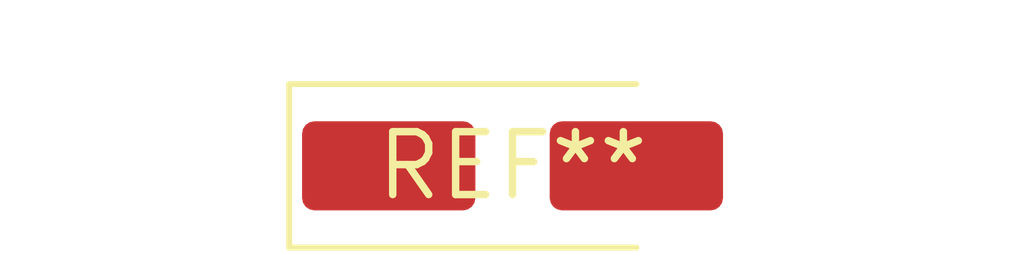
<source format=kicad_pcb>
(kicad_pcb (version 20240108) (generator pcbnew)
  (layers (0 "F.Cu" signal) (31 "B.Cu" signal) (34 "B.Paste" user) (35 "F.Paste" user) (36 "B.SilkS" user "B.Silkscreen") (37 "F.SilkS" user "F.Silkscreen") (38 "B.Mask" user) (39 "F.Mask" user) (44 "Edge.Cuts" user))
  (net 0 "")
  (footprint "D_SMA_Handsoldering" (layer "F.Cu") (at 0 0)
    (property "Reference" "REF**")
    (property "Value" "D_SMA_Handsoldering")
    (fp_line (start -4.51 -1.65) (end -4.51 1.65) (layer "F.SilkS") (stroke (width 0.12)))
    (fp_line (start -4.51 -1.65) (end 2.5 -1.65) (layer "F.SilkS") (stroke (width 0.12)))
    (fp_line (start -4.51 1.65) (end 2.5 1.65) (layer "F.SilkS") (stroke (width 0.12)))
    (pad "1" smd roundrect (at -2.5 0) (size 3.5 1.8) (layers "F.Cu" "F.Paste" "F.Mask") (roundrect_rratio 0.1388888889))
    (pad "2" smd roundrect (at 2.5 0) (size 3.5 1.8) (layers "F.Cu" "F.Paste" "F.Mask") (roundrect_rratio 0.1388888889))
  )
)
</source>
